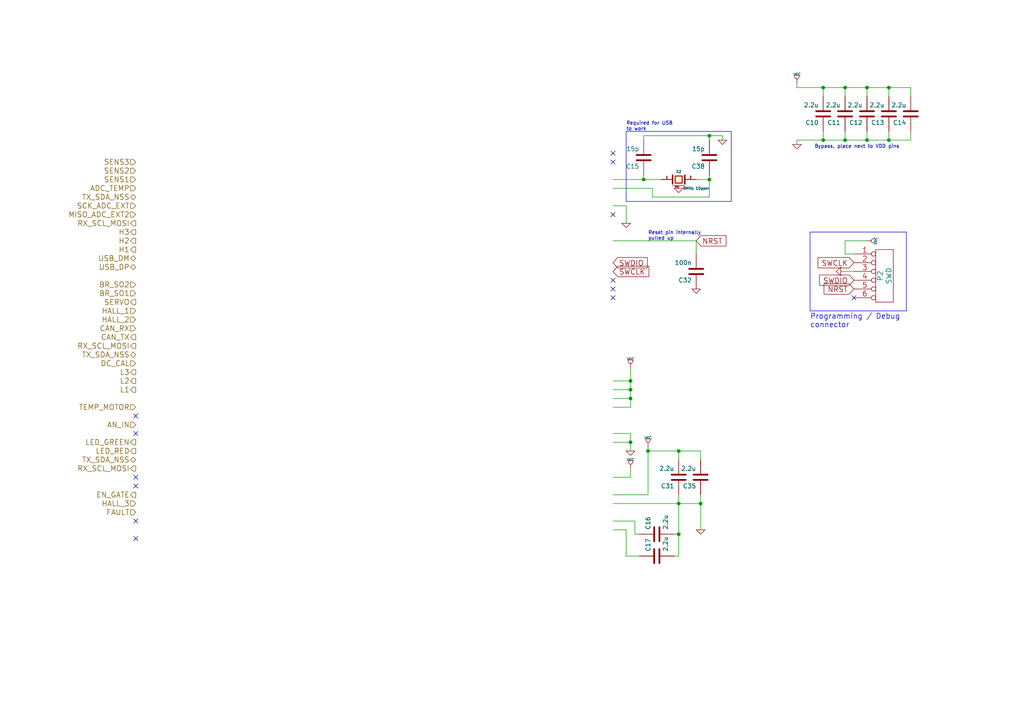
<source format=kicad_sch>
(kicad_sch (version 20230121) (generator eeschema)

  (uuid 9c1c1b22-1f1e-4c9e-b1ef-2d2b656d296d)

  (paper "A4")

  (title_block
    (title "BLDC Driver 4.11")
    (date "21 aug 2015")
    (rev "4.12")
    (company "Benjamin Vedder")
  )

  (lib_symbols
    (symbol "BLDC_4-rescue:C-RESCUE-BLDC_4" (pin_numbers hide) (pin_names (offset 0.254)) (in_bom yes) (on_board yes)
      (property "Reference" "C" (at 0 2.54 0)
        (effects (font (size 1.016 1.016)) (justify left))
      )
      (property "Value" "C-RESCUE-BLDC_4" (at 0.1524 -2.159 0)
        (effects (font (size 1.016 1.016)) (justify left))
      )
      (property "Footprint" "" (at 0.9652 -3.81 0)
        (effects (font (size 0.762 0.762)))
      )
      (property "Datasheet" "" (at 0 0 0)
        (effects (font (size 1.524 1.524)))
      )
      (property "ki_fp_filters" "SM* C? C1-1" (at 0 0 0)
        (effects (font (size 1.27 1.27)) hide)
      )
      (symbol "C-RESCUE-BLDC_4_0_1"
        (polyline
          (pts
            (xy -2.032 -0.762)
            (xy 2.032 -0.762)
          )
          (stroke (width 0.508) (type solid))
          (fill (type none))
        )
        (polyline
          (pts
            (xy -2.032 0.762)
            (xy 2.032 0.762)
          )
          (stroke (width 0.508) (type solid))
          (fill (type none))
        )
      )
      (symbol "C-RESCUE-BLDC_4_1_1"
        (pin passive line (at 0 5.08 270) (length 4.318)
          (name "~" (effects (font (size 1.016 1.016))))
          (number "1" (effects (font (size 1.016 1.016))))
        )
        (pin passive line (at 0 -5.08 90) (length 4.318)
          (name "~" (effects (font (size 1.016 1.016))))
          (number "2" (effects (font (size 1.016 1.016))))
        )
      )
    )
    (symbol "BLDC_4-rescue:CONN_6" (pin_names (offset 0.762) hide) (in_bom yes) (on_board yes)
      (property "Reference" "P" (at -1.27 0 90)
        (effects (font (size 1.524 1.524)))
      )
      (property "Value" "CONN_6" (at 1.27 0 90)
        (effects (font (size 1.524 1.524)))
      )
      (property "Footprint" "" (at 0 0 0)
        (effects (font (size 1.524 1.524)))
      )
      (property "Datasheet" "" (at 0 0 0)
        (effects (font (size 1.524 1.524)))
      )
      (symbol "CONN_6_0_1"
        (rectangle (start -2.54 7.62) (end 2.54 -7.62)
          (stroke (width 0) (type solid))
          (fill (type none))
        )
      )
      (symbol "CONN_6_1_1"
        (pin passive inverted (at -8.89 6.35 0) (length 6.35)
          (name "1" (effects (font (size 1.524 1.524))))
          (number "1" (effects (font (size 1.524 1.524))))
        )
        (pin passive inverted (at -8.89 3.81 0) (length 6.35)
          (name "2" (effects (font (size 1.524 1.524))))
          (number "2" (effects (font (size 1.524 1.524))))
        )
        (pin passive inverted (at -8.89 1.27 0) (length 6.35)
          (name "3" (effects (font (size 1.524 1.524))))
          (number "3" (effects (font (size 1.524 1.524))))
        )
        (pin passive inverted (at -8.89 -1.27 0) (length 6.35)
          (name "4" (effects (font (size 1.524 1.524))))
          (number "4" (effects (font (size 1.524 1.524))))
        )
        (pin passive inverted (at -8.89 -3.81 0) (length 6.35)
          (name "5" (effects (font (size 1.524 1.524))))
          (number "5" (effects (font (size 1.524 1.524))))
        )
        (pin passive inverted (at -8.89 -6.35 0) (length 6.35)
          (name "6" (effects (font (size 1.524 1.524))))
          (number "6" (effects (font (size 1.524 1.524))))
        )
      )
    )
    (symbol "BLDC_4-rescue:CRYSTAL_SMD" (pin_names (offset 1.016) hide) (in_bom yes) (on_board yes)
      (property "Reference" "X" (at 0 2.286 0)
        (effects (font (size 1.27 1.27)))
      )
      (property "Value" "CRYSTAL_SMD" (at 0.762 -2.794 0)
        (effects (font (size 1.27 1.27)) (justify left))
      )
      (property "Footprint" "" (at 0 0 0)
        (effects (font (size 1.524 1.524)))
      )
      (property "Datasheet" "" (at 0 0 0)
        (effects (font (size 1.524 1.524)))
      )
      (symbol "CRYSTAL_SMD_0_1"
        (polyline
          (pts
            (xy -1.778 -1.778)
            (xy 1.778 -1.778)
          )
          (stroke (width 0) (type solid))
          (fill (type none))
        )
        (polyline
          (pts
            (xy -1.778 1.27)
            (xy -1.778 -1.27)
          )
          (stroke (width 0.4064) (type solid))
          (fill (type none))
        )
        (polyline
          (pts
            (xy 1.778 1.27)
            (xy 1.778 -1.27)
          )
          (stroke (width 0.4064) (type solid))
          (fill (type none))
        )
        (polyline
          (pts
            (xy -1.016 1.016)
            (xy 1.016 1.016)
            (xy 1.016 -1.016)
            (xy -1.016 -1.016)
            (xy -1.016 1.016)
          )
          (stroke (width 0.3048) (type solid))
          (fill (type background))
        )
      )
      (symbol "CRYSTAL_SMD_1_1"
        (pin passive line (at -5.08 0 0) (length 3.302)
          (name "1" (effects (font (size 0.508 0.508))))
          (number "1" (effects (font (size 0.635 0.635))))
        )
        (pin passive line (at 5.08 0 180) (length 3.302)
          (name "2" (effects (font (size 0.508 0.508))))
          (number "2" (effects (font (size 0.635 0.635))))
        )
        (pin passive line (at 0 -2.54 90) (length 0.762)
          (name "case" (effects (font (size 0.508 0.508))))
          (number "3" (effects (font (size 0.635 0.635))))
        )
      )
    )
    (symbol "BLDC_4-rescue:GND-RESCUE-BLDC_4" (power) (pin_names (offset 0)) (in_bom yes) (on_board yes)
      (property "Reference" "#PWR" (at 0 0 0)
        (effects (font (size 0.762 0.762)) hide)
      )
      (property "Value" "GND-RESCUE-BLDC_4" (at 0 -1.778 0)
        (effects (font (size 0.762 0.762)) hide)
      )
      (property "Footprint" "" (at 0 0 0)
        (effects (font (size 1.524 1.524)))
      )
      (property "Datasheet" "" (at 0 0 0)
        (effects (font (size 1.524 1.524)))
      )
      (symbol "GND-RESCUE-BLDC_4_0_1"
        (polyline
          (pts
            (xy -1.27 0)
            (xy 0 -1.27)
            (xy 1.27 0)
            (xy -1.27 0)
          )
          (stroke (width 0) (type solid))
          (fill (type none))
        )
      )
      (symbol "GND-RESCUE-BLDC_4_1_1"
        (pin power_in line (at 0 0 90) (length 0) hide
          (name "GND" (effects (font (size 0.762 0.762))))
          (number "1" (effects (font (size 0.762 0.762))))
        )
      )
    )
    (symbol "BLDC_4-rescue:VCC" (power) (pin_names (offset 0)) (in_bom yes) (on_board yes)
      (property "Reference" "#PWR" (at 0 -3.81 0)
        (effects (font (size 1.27 1.27)) hide)
      )
      (property "Value" "VCC" (at 0 3.81 0)
        (effects (font (size 1.27 1.27)))
      )
      (property "Footprint" "" (at 0 0 0)
        (effects (font (size 1.524 1.524)))
      )
      (property "Datasheet" "" (at 0 0 0)
        (effects (font (size 1.524 1.524)))
      )
      (symbol "VCC_0_1"
        (polyline
          (pts
            (xy 0 0)
            (xy 0 1.27)
          )
          (stroke (width 0) (type solid))
          (fill (type none))
        )
        (circle (center 0 1.905) (radius 0.635)
          (stroke (width 0) (type solid))
          (fill (type none))
        )
      )
      (symbol "VCC_1_1"
        (pin power_in line (at 0 0 90) (length 0) hide
          (name "VCC" (effects (font (size 1.27 1.27))))
          (number "1" (effects (font (size 1.27 1.27))))
        )
      )
    )
  )

  (junction (at 182.88 113.03) (diameter 0) (color 0 0 0 0)
    (uuid 1219ea3f-38e5-4621-9b5d-60c538b65cc5)
  )
  (junction (at 245.11 25.4) (diameter 0) (color 0 0 0 0)
    (uuid 23326f3a-02f3-4d49-9f5e-bc93a8385f18)
  )
  (junction (at 182.88 115.57) (diameter 0) (color 0 0 0 0)
    (uuid 295c1708-c4f2-4c69-9740-f81606bed5c0)
  )
  (junction (at 182.88 128.27) (diameter 0) (color 0 0 0 0)
    (uuid 335c4c53-1c27-44cc-98ef-bb1f39bd47b7)
  )
  (junction (at 196.85 146.05) (diameter 0) (color 0 0 0 0)
    (uuid 4a033336-57cb-4836-ab49-ff1a7306e782)
  )
  (junction (at 187.96 130.81) (diameter 0) (color 0 0 0 0)
    (uuid 4fd73d58-ae87-4df3-992f-3b6b1a607ecc)
  )
  (junction (at 251.46 40.64) (diameter 0) (color 0 0 0 0)
    (uuid 50724fda-588b-4804-924a-967b24cff2f2)
  )
  (junction (at 205.74 52.07) (diameter 0) (color 0 0 0 0)
    (uuid 6759ab10-8b19-4ddf-9d6d-3d2fc0bac80a)
  )
  (junction (at 203.2 146.05) (diameter 0) (color 0 0 0 0)
    (uuid 9652ec68-effa-4b1a-a05f-8e8b6abc765c)
  )
  (junction (at 257.81 25.4) (diameter 0) (color 0 0 0 0)
    (uuid a0485012-c74d-488b-9efb-289480bffd38)
  )
  (junction (at 251.46 25.4) (diameter 0) (color 0 0 0 0)
    (uuid b6d2948b-f3ae-4d14-bc37-7bcbc46502ff)
  )
  (junction (at 238.76 40.64) (diameter 0) (color 0 0 0 0)
    (uuid b9e62169-8389-4aba-a5ff-d122cae9be10)
  )
  (junction (at 238.76 25.4) (diameter 0) (color 0 0 0 0)
    (uuid bb9bc0a6-285d-488a-ba67-c4afaf6b6391)
  )
  (junction (at 186.69 52.07) (diameter 0) (color 0 0 0 0)
    (uuid c10e7bac-7f9c-473a-ab4f-6aeffce08bec)
  )
  (junction (at 205.74 39.37) (diameter 0) (color 0 0 0 0)
    (uuid c23e367a-0c72-422a-970a-fc54eb696fb6)
  )
  (junction (at 245.11 40.64) (diameter 0) (color 0 0 0 0)
    (uuid c3b1affc-3c23-4215-9523-d32de999b020)
  )
  (junction (at 257.81 40.64) (diameter 0) (color 0 0 0 0)
    (uuid c418bbdd-db1a-4d73-acd8-920269ccea8c)
  )
  (junction (at 196.85 130.81) (diameter 0) (color 0 0 0 0)
    (uuid ce050382-5488-428f-85b0-cbffc3d0b090)
  )
  (junction (at 182.88 110.49) (diameter 0) (color 0 0 0 0)
    (uuid d714fc2d-31c9-474a-8a43-b0898a355cb2)
  )
  (junction (at 196.85 154.94) (diameter 0) (color 0 0 0 0)
    (uuid fe9b0cc3-57c2-4991-be9f-4bd6ab3efb65)
  )

  (no_connect (at 39.37 125.73) (uuid 0231a62b-d09e-4388-8eb7-c23ed0ffdb12))
  (no_connect (at 177.8 83.82) (uuid 0e14e9a3-3214-48bf-841f-c0677149b96c))
  (no_connect (at 177.8 62.23) (uuid 1cfc6dd2-4924-4f6e-873f-783e0c750a45))
  (no_connect (at 177.8 44.45) (uuid 3855b0ad-83d7-4c55-b8ad-71b7bad07b4d))
  (no_connect (at 247.65 86.36) (uuid 3f70278e-a3f2-4d11-b374-3d655e25862b))
  (no_connect (at 39.37 151.13) (uuid 4badf6b0-b28e-4b50-9858-8e0d81af157a))
  (no_connect (at 177.8 46.99) (uuid 5e82d31c-4725-4ec8-acef-d02d1e75a6ce))
  (no_connect (at 39.37 120.65) (uuid 7e0e373d-48bd-44a8-abc7-c31a6f7d5030))
  (no_connect (at 177.8 86.36) (uuid 812636bf-4057-4fc6-90b0-a98f18f19e51))
  (no_connect (at 177.8 81.28) (uuid a7214557-8f87-4ae2-8a84-a720b0385c9c))
  (no_connect (at 39.37 140.97) (uuid d8370ce6-e4b1-466d-a30a-0e127eeaaadc))
  (no_connect (at 39.37 156.21) (uuid f1cfe709-1313-48ec-8482-b64ccc9156a8))
  (no_connect (at 39.37 138.43) (uuid fd14d2b2-1a2c-4d84-8f67-fcf5eb2c032d))

  (wire (pts (xy 177.8 59.69) (xy 181.61 59.69))
    (stroke (width 0) (type default))
    (uuid 032844d0-395e-4d85-9c2f-f5d0771ab350)
  )
  (wire (pts (xy 203.2 143.51) (xy 203.2 146.05))
    (stroke (width 0) (type default))
    (uuid 042fb491-0e4c-495d-ab56-4cefe7d36d20)
  )
  (polyline (pts (xy 262.89 67.31) (xy 234.95 67.31))
    (stroke (width 0) (type default))
    (uuid 0c32d761-4892-438a-9080-1be0e07f3c2d)
  )
  (polyline (pts (xy 181.61 38.1) (xy 181.61 58.42))
    (stroke (width 0) (type default))
    (uuid 0d4e5193-fe4d-4ca7-92e8-beafd3a6a6d0)
  )

  (wire (pts (xy 196.85 146.05) (xy 203.2 146.05))
    (stroke (width 0) (type default))
    (uuid 11e78e51-74d5-4bde-a350-d2daee21fc00)
  )
  (wire (pts (xy 187.96 130.81) (xy 187.96 143.51))
    (stroke (width 0) (type default))
    (uuid 1b43b59f-2109-427e-be22-93ea11b62106)
  )
  (wire (pts (xy 245.11 73.66) (xy 247.65 73.66))
    (stroke (width 0) (type default))
    (uuid 1c4a3717-b5c0-4aa9-951b-31a3cf1e9eab)
  )
  (wire (pts (xy 196.85 154.94) (xy 195.58 154.94))
    (stroke (width 0) (type default))
    (uuid 1d065d59-a894-4962-9350-f1038ead9e2e)
  )
  (wire (pts (xy 182.88 115.57) (xy 182.88 118.11))
    (stroke (width 0) (type default))
    (uuid 1fb17680-f43d-4753-a290-b9e97c3b5fdf)
  )
  (wire (pts (xy 201.93 52.07) (xy 205.74 52.07))
    (stroke (width 0) (type default))
    (uuid 20c6d1f9-290b-4651-b43c-48667c556e9b)
  )
  (wire (pts (xy 251.46 25.4) (xy 257.81 25.4))
    (stroke (width 0) (type default))
    (uuid 216ef758-857f-4e66-b2b8-4e0d5b37916b)
  )
  (wire (pts (xy 182.88 113.03) (xy 177.8 113.03))
    (stroke (width 0) (type default))
    (uuid 252aa07b-0cf1-4def-8458-5c6e1e6a6bfe)
  )
  (wire (pts (xy 238.76 25.4) (xy 238.76 27.94))
    (stroke (width 0) (type default))
    (uuid 2b7a76e3-701c-4b6e-a4c1-0762891a898d)
  )
  (wire (pts (xy 209.55 39.37) (xy 209.55 40.64))
    (stroke (width 0) (type default))
    (uuid 2fff8a93-cf41-400c-9ce4-384d7122f3cf)
  )
  (wire (pts (xy 177.8 151.13) (xy 184.15 151.13))
    (stroke (width 0) (type default))
    (uuid 330ed314-f654-4eae-95a5-fab3eb765e57)
  )
  (wire (pts (xy 181.61 59.69) (xy 181.61 64.77))
    (stroke (width 0) (type default))
    (uuid 33649793-69c0-4f61-8e95-f19525e25f84)
  )
  (wire (pts (xy 245.11 25.4) (xy 251.46 25.4))
    (stroke (width 0) (type default))
    (uuid 369abbcf-c0c3-4734-a26b-2eb366177467)
  )
  (wire (pts (xy 201.93 69.85) (xy 201.93 73.66))
    (stroke (width 0) (type default))
    (uuid 37d6cc42-fe08-445d-b9be-26731042794c)
  )
  (wire (pts (xy 182.88 118.11) (xy 177.8 118.11))
    (stroke (width 0) (type default))
    (uuid 3827cd52-0042-4343-a012-00e64901f544)
  )
  (wire (pts (xy 182.88 138.43) (xy 182.88 135.89))
    (stroke (width 0) (type default))
    (uuid 3bf6f087-4dbf-4a15-b49a-2a65c9c2c50b)
  )
  (wire (pts (xy 177.8 128.27) (xy 182.88 128.27))
    (stroke (width 0) (type default))
    (uuid 3d03335b-63c7-48d7-8493-4b7b1ed7a976)
  )
  (wire (pts (xy 196.85 130.81) (xy 203.2 130.81))
    (stroke (width 0) (type default))
    (uuid 3e1b6b4c-5b0b-4135-b1d8-15a9381b734d)
  )
  (wire (pts (xy 203.2 146.05) (xy 203.2 153.67))
    (stroke (width 0) (type default))
    (uuid 488302b2-17d5-444e-b839-11ae74d9ce0a)
  )
  (wire (pts (xy 196.85 154.94) (xy 196.85 161.29))
    (stroke (width 0) (type default))
    (uuid 4a9ebf15-a115-4964-9db1-3dcce2025dd0)
  )
  (wire (pts (xy 184.15 154.94) (xy 185.42 154.94))
    (stroke (width 0) (type default))
    (uuid 4bb7f40e-9f1d-4786-a51c-447b769ade01)
  )
  (wire (pts (xy 251.46 69.85) (xy 245.11 69.85))
    (stroke (width 0) (type default))
    (uuid 549e84a3-43f6-4989-94d7-d8266b223386)
  )
  (wire (pts (xy 231.14 40.64) (xy 238.76 40.64))
    (stroke (width 0) (type default))
    (uuid 5abd580d-6985-43a6-b0d0-b80b33da9e76)
  )
  (polyline (pts (xy 181.61 58.42) (xy 212.09 58.42))
    (stroke (width 0) (type default))
    (uuid 5e5bba6f-43b7-4818-92f0-eae068933475)
  )

  (wire (pts (xy 181.61 153.67) (xy 181.61 161.29))
    (stroke (width 0) (type default))
    (uuid 5f624951-4b8b-4b7d-b93c-1098f96b71b5)
  )
  (wire (pts (xy 257.81 25.4) (xy 264.16 25.4))
    (stroke (width 0) (type default))
    (uuid 5fb9def5-56bb-4788-846f-cc0570ce6618)
  )
  (wire (pts (xy 186.69 39.37) (xy 205.74 39.37))
    (stroke (width 0) (type default))
    (uuid 63a339f0-bbda-4be0-875c-de5438958160)
  )
  (wire (pts (xy 177.8 52.07) (xy 186.69 52.07))
    (stroke (width 0) (type default))
    (uuid 63bfed5d-75b5-4f09-86ef-1e7fa46ac2a2)
  )
  (wire (pts (xy 251.46 40.64) (xy 251.46 38.1))
    (stroke (width 0) (type default))
    (uuid 660acd29-be8a-41cd-8a75-cc74affb5f80)
  )
  (wire (pts (xy 257.81 25.4) (xy 257.81 27.94))
    (stroke (width 0) (type default))
    (uuid 661d384c-3228-442e-a099-1ba5b103ea9b)
  )
  (wire (pts (xy 184.15 151.13) (xy 184.15 154.94))
    (stroke (width 0) (type default))
    (uuid 6777ac51-997f-4097-8c2b-9b21b16b1c93)
  )
  (wire (pts (xy 196.85 161.29) (xy 195.58 161.29))
    (stroke (width 0) (type default))
    (uuid 690ff429-9856-4fa8-91bd-e44e807dce5b)
  )
  (wire (pts (xy 177.8 146.05) (xy 196.85 146.05))
    (stroke (width 0) (type default))
    (uuid 6a1b3686-3993-471f-8eb9-032a3af6c607)
  )
  (wire (pts (xy 238.76 40.64) (xy 245.11 40.64))
    (stroke (width 0) (type default))
    (uuid 6e46a9ca-b84e-4941-be60-e531e539cee1)
  )
  (wire (pts (xy 257.81 40.64) (xy 257.81 38.1))
    (stroke (width 0) (type default))
    (uuid 715934db-36cb-430d-8a7b-8c57e3ea3d19)
  )
  (wire (pts (xy 231.14 41.91) (xy 231.14 40.64))
    (stroke (width 0) (type default))
    (uuid 72d3a4d9-abae-4ddb-9d53-c878b9dc74e3)
  )
  (wire (pts (xy 203.2 130.81) (xy 203.2 133.35))
    (stroke (width 0) (type default))
    (uuid 73428c6c-d1b2-44f1-beed-84c8ef984abf)
  )
  (wire (pts (xy 186.69 52.07) (xy 191.77 52.07))
    (stroke (width 0) (type default))
    (uuid 75123a87-0c2f-4736-b561-ce266eb53fb5)
  )
  (polyline (pts (xy 212.09 38.1) (xy 181.61 38.1))
    (stroke (width 0) (type default))
    (uuid 753f2aaf-4c50-46aa-950f-12c2d3d5d15b)
  )

  (wire (pts (xy 182.88 115.57) (xy 177.8 115.57))
    (stroke (width 0) (type default))
    (uuid 79859003-54fe-4740-b69b-82300e0c2f59)
  )
  (polyline (pts (xy 262.89 90.17) (xy 262.89 67.31))
    (stroke (width 0) (type default))
    (uuid 7ba0655e-2dde-408a-b38f-697dbbaa9ccf)
  )

  (wire (pts (xy 264.16 25.4) (xy 264.16 27.94))
    (stroke (width 0) (type default))
    (uuid 83c77ed3-b011-4409-a4dd-b03cf39fd287)
  )
  (wire (pts (xy 181.61 161.29) (xy 185.42 161.29))
    (stroke (width 0) (type default))
    (uuid 891ab3e9-eb38-412e-8559-c3c19c967ffa)
  )
  (wire (pts (xy 187.96 143.51) (xy 177.8 143.51))
    (stroke (width 0) (type default))
    (uuid 8c496b80-34ba-49b4-b5cf-eaac5cd221c3)
  )
  (wire (pts (xy 177.8 69.85) (xy 201.93 69.85))
    (stroke (width 0) (type default))
    (uuid 916f6b50-c462-4f80-ab50-70ee197ba25e)
  )
  (wire (pts (xy 251.46 25.4) (xy 251.46 27.94))
    (stroke (width 0) (type default))
    (uuid 945f3e14-a4e3-4f0e-9544-6ae5724d253e)
  )
  (wire (pts (xy 189.23 54.61) (xy 177.8 54.61))
    (stroke (width 0) (type default))
    (uuid 98d1997b-6fe3-446b-92ac-1e5c47f50617)
  )
  (wire (pts (xy 245.11 40.64) (xy 251.46 40.64))
    (stroke (width 0) (type default))
    (uuid 9922bbbd-d2e1-4fdc-9aaf-99adf3fecf5c)
  )
  (wire (pts (xy 196.85 146.05) (xy 196.85 154.94))
    (stroke (width 0) (type default))
    (uuid 9bca8ed7-d3e6-401a-85a2-803fde390190)
  )
  (wire (pts (xy 182.88 110.49) (xy 182.88 113.03))
    (stroke (width 0) (type default))
    (uuid 9bd38c80-8219-4fa2-a4a6-71785dbdcc66)
  )
  (wire (pts (xy 231.14 24.13) (xy 231.14 25.4))
    (stroke (width 0) (type default))
    (uuid a18d3114-b90f-4af1-84f8-00e3d7c8f2eb)
  )
  (wire (pts (xy 205.74 39.37) (xy 205.74 40.64))
    (stroke (width 0) (type default))
    (uuid a56a9b9a-0d29-4fb7-a23a-4de3ee5dc002)
  )
  (wire (pts (xy 182.88 106.68) (xy 182.88 110.49))
    (stroke (width 0) (type default))
    (uuid a7571d84-9216-4f43-b1f2-a540afc1a1d1)
  )
  (wire (pts (xy 238.76 38.1) (xy 238.76 40.64))
    (stroke (width 0) (type default))
    (uuid a9118c59-c643-435e-9965-498ced1c3e58)
  )
  (wire (pts (xy 189.23 57.15) (xy 189.23 54.61))
    (stroke (width 0) (type default))
    (uuid ac666ee4-e699-4dca-ab43-de5162584c79)
  )
  (polyline (pts (xy 234.95 67.31) (xy 234.95 90.17))
    (stroke (width 0) (type default))
    (uuid ad304e1c-bf48-468e-b574-533973801a5a)
  )

  (wire (pts (xy 177.8 125.73) (xy 182.88 125.73))
    (stroke (width 0) (type default))
    (uuid b5610d2d-ea2a-428b-80cb-3e2c13715e08)
  )
  (wire (pts (xy 186.69 50.8) (xy 186.69 52.07))
    (stroke (width 0) (type default))
    (uuid b670fa27-899f-402f-8914-9d8bdcaf79d9)
  )
  (wire (pts (xy 247.65 78.74) (xy 243.84 78.74))
    (stroke (width 0) (type default))
    (uuid b6b8e95e-1bf4-4100-b525-403d773b1e14)
  )
  (wire (pts (xy 177.8 138.43) (xy 182.88 138.43))
    (stroke (width 0) (type default))
    (uuid b72f2f31-887c-4ddf-998c-7da69330b1f9)
  )
  (wire (pts (xy 264.16 40.64) (xy 264.16 38.1))
    (stroke (width 0) (type default))
    (uuid bac8bdff-55a7-47f9-9040-66a493415795)
  )
  (wire (pts (xy 182.88 125.73) (xy 182.88 128.27))
    (stroke (width 0) (type default))
    (uuid bbdd1e19-3909-4dfa-8197-7de2bf7f6913)
  )
  (wire (pts (xy 251.46 40.64) (xy 257.81 40.64))
    (stroke (width 0) (type default))
    (uuid bc6e88fe-c41a-4add-b1f9-23c31bc00e98)
  )
  (wire (pts (xy 186.69 40.64) (xy 186.69 39.37))
    (stroke (width 0) (type default))
    (uuid c3839299-e1a8-4f11-a305-f66c1bad6d67)
  )
  (wire (pts (xy 205.74 57.15) (xy 189.23 57.15))
    (stroke (width 0) (type default))
    (uuid c6b55873-cf2f-4170-8458-dde10c7fc7ba)
  )
  (wire (pts (xy 182.88 128.27) (xy 182.88 130.81))
    (stroke (width 0) (type default))
    (uuid d1e27cd4-07d6-4a9e-8909-f7418869fd73)
  )
  (wire (pts (xy 205.74 50.8) (xy 205.74 52.07))
    (stroke (width 0) (type default))
    (uuid d55ee0a8-e8f7-4661-a647-daa1b7bc2ff0)
  )
  (wire (pts (xy 231.14 25.4) (xy 238.76 25.4))
    (stroke (width 0) (type default))
    (uuid d78d5e5b-99ce-41e4-bc37-6f52d53c5181)
  )
  (wire (pts (xy 245.11 69.85) (xy 245.11 73.66))
    (stroke (width 0) (type default))
    (uuid dc3f3653-7627-477d-ba23-a78403252835)
  )
  (polyline (pts (xy 234.95 90.17) (xy 262.89 90.17))
    (stroke (width 0) (type default))
    (uuid ddcce50a-5f4d-4a3e-957c-dc93c1fbc108)
  )

  (wire (pts (xy 245.11 40.64) (xy 245.11 38.1))
    (stroke (width 0) (type default))
    (uuid de97ad6e-7a4b-4ca9-a554-227871acadf2)
  )
  (wire (pts (xy 196.85 133.35) (xy 196.85 130.81))
    (stroke (width 0) (type default))
    (uuid df49d866-9260-47a1-9df2-326bb84db593)
  )
  (wire (pts (xy 245.11 25.4) (xy 245.11 27.94))
    (stroke (width 0) (type default))
    (uuid e6341621-e0c5-4d77-974f-7e4e735c9d15)
  )
  (wire (pts (xy 205.74 39.37) (xy 209.55 39.37))
    (stroke (width 0) (type default))
    (uuid e7169ef6-8d18-46ff-bb08-a90842f87b9a)
  )
  (wire (pts (xy 187.96 129.54) (xy 187.96 130.81))
    (stroke (width 0) (type default))
    (uuid e867bb4a-b1c1-4960-b264-b86806e71637)
  )
  (wire (pts (xy 177.8 153.67) (xy 181.61 153.67))
    (stroke (width 0) (type default))
    (uuid eccda20d-ed96-469f-ba1c-f3a1b214c115)
  )
  (wire (pts (xy 187.96 130.81) (xy 196.85 130.81))
    (stroke (width 0) (type default))
    (uuid ecd19465-8ab4-4382-9d76-ed16ad3d8d12)
  )
  (wire (pts (xy 177.8 110.49) (xy 182.88 110.49))
    (stroke (width 0) (type default))
    (uuid f00b8fcd-c254-40d9-9de7-3888a517ba6a)
  )
  (wire (pts (xy 196.85 143.51) (xy 196.85 146.05))
    (stroke (width 0) (type default))
    (uuid f1554f8e-2ed2-4035-ae88-31e3b717b368)
  )
  (wire (pts (xy 257.81 40.64) (xy 264.16 40.64))
    (stroke (width 0) (type default))
    (uuid f7949ba2-9ec8-4a8e-a962-f0fa9bdaa635)
  )
  (wire (pts (xy 205.74 52.07) (xy 205.74 57.15))
    (stroke (width 0) (type default))
    (uuid f7af4061-3d1c-4f35-b582-145b1331ed12)
  )
  (wire (pts (xy 238.76 25.4) (xy 245.11 25.4))
    (stroke (width 0) (type default))
    (uuid f860d6fc-25b5-4587-b018-9b3049ef63b6)
  )
  (wire (pts (xy 182.88 113.03) (xy 182.88 115.57))
    (stroke (width 0) (type default))
    (uuid fad7bc80-0211-4f1a-9402-4cb628d0deb7)
  )
  (polyline (pts (xy 212.09 58.42) (xy 212.09 38.1))
    (stroke (width 0) (type default))
    (uuid fb4a418d-cec6-42c3-86a0-f9888979a823)
  )

  (text "Reset pin internally\npulled up" (at 187.96 69.85 0)
    (effects (font (size 1.016 1.016)) (justify left bottom))
    (uuid 38a7c229-6e5a-4e81-90ec-b2f481417a93)
  )
  (text "Required for USB\nto work" (at 181.61 38.1 0)
    (effects (font (size 1.016 1.016)) (justify left bottom))
    (uuid 5615bdf2-050d-4316-9d3d-9ce386fbec9b)
  )
  (text "Bypass, place next to VDD pins" (at 236.22 43.18 0)
    (effects (font (size 1.016 1.016)) (justify left bottom))
    (uuid 7c699a82-c436-48b8-92d9-7e42e4b45868)
  )
  (text "Programming / Debug\nconnector" (at 234.95 95.25 0)
    (effects (font (size 1.524 1.524)) (justify left bottom))
    (uuid dfcb85b0-4a86-475e-aa0d-9b2f676208d3)
  )

  (global_label "SWDIO" (shape input) (at 177.8 76.2 0)
    (effects (font (size 1.524 1.524)) (justify left))
    (uuid 2bfd5641-779e-4304-9fbc-c27437c8a083)
    (property "Intersheetrefs" "${INTERSHEET_REFS}" (at 177.8 76.2 0)
      (effects (font (size 1.27 1.27)) hide)
    )
  )
  (global_label "SWCLK" (shape input) (at 177.8 78.74 0)
    (effects (font (size 1.524 1.524)) (justify left))
    (uuid a2e392a6-d2a6-4239-a3aa-488397d2bf58)
    (property "Intersheetrefs" "${INTERSHEET_REFS}" (at 177.8 78.74 0)
      (effects (font (size 1.27 1.27)) hide)
    )
  )
  (global_label "NRST" (shape input) (at 247.65 83.82 180)
    (effects (font (size 1.524 1.524)) (justify right))
    (uuid addafc81-9147-4bee-902e-292e374c2989)
    (property "Intersheetrefs" "${INTERSHEET_REFS}" (at 247.65 83.82 0)
      (effects (font (size 1.27 1.27)) hide)
    )
  )
  (global_label "NRST" (shape input) (at 201.93 69.85 0)
    (effects (font (size 1.524 1.524)) (justify left))
    (uuid e2dfd3d4-031b-47eb-9d0a-74fe333ef7d2)
    (property "Intersheetrefs" "${INTERSHEET_REFS}" (at 201.93 69.85 0)
      (effects (font (size 1.27 1.27)) hide)
    )
  )
  (global_label "SWDIO" (shape input) (at 247.65 81.28 180)
    (effects (font (size 1.524 1.524)) (justify right))
    (uuid ea03f3ee-99c3-4e54-b033-8f643f0f7693)
    (property "Intersheetrefs" "${INTERSHEET_REFS}" (at 247.65 81.28 0)
      (effects (font (size 1.27 1.27)) hide)
    )
  )
  (global_label "SWCLK" (shape input) (at 247.65 76.2 180)
    (effects (font (size 1.524 1.524)) (justify right))
    (uuid ec0c5b32-b22f-4920-adea-a418f05ce808)
    (property "Intersheetrefs" "${INTERSHEET_REFS}" (at 247.65 76.2 0)
      (effects (font (size 1.27 1.27)) hide)
    )
  )

  (hierarchical_label "RX_SCL_MOSI" (shape output) (at 39.37 100.33 180)
    (effects (font (size 1.524 1.524)) (justify right))
    (uuid 118baecf-fa2c-42b2-9940-9309cc3e1f4f)
  )
  (hierarchical_label "MISO_ADC_EXT2" (shape input) (at 39.37 62.23 180)
    (effects (font (size 1.524 1.524)) (justify right))
    (uuid 12e563a5-bcaf-405b-90a0-ec75901cab92)
  )
  (hierarchical_label "TX_SDA_NSS" (shape tri_state) (at 39.37 133.35 180)
    (effects (font (size 1.524 1.524)) (justify right))
    (uuid 1673a576-4132-4076-8710-b9e97a78ae34)
  )
  (hierarchical_label "HALL_2" (shape input) (at 39.37 92.71 180)
    (effects (font (size 1.524 1.524)) (justify right))
    (uuid 1c4e3a66-01e6-4546-ab13-1caa22a7a09f)
  )
  (hierarchical_label "BR_SO1" (shape input) (at 39.37 85.09 180)
    (effects (font (size 1.524 1.524)) (justify right))
    (uuid 1ee535cc-d4a1-46ff-9448-7028fcbeb342)
  )
  (hierarchical_label "CAN_RX" (shape input) (at 39.37 95.25 180)
    (effects (font (size 1.524 1.524)) (justify right))
    (uuid 2b4a6472-6b70-49c3-82ef-b6e6322c2888)
  )
  (hierarchical_label "LED_RED" (shape output) (at 39.37 130.81 180)
    (effects (font (size 1.524 1.524)) (justify right))
    (uuid 34581952-873d-4664-888d-156ad84af670)
  )
  (hierarchical_label "ADC_TEMP" (shape input) (at 39.37 54.61 180)
    (effects (font (size 1.524 1.524)) (justify right))
    (uuid 35f182df-12c0-4615-9c5a-10651a314124)
  )
  (hierarchical_label "RX_SCL_MOSI" (shape output) (at 39.37 64.77 180)
    (effects (font (size 1.524 1.524)) (justify right))
    (uuid 38ab134c-c420-4003-b68a-af6022f98d33)
  )
  (hierarchical_label "AN_IN" (shape input) (at 39.37 123.19 180)
    (effects (font (size 1.524 1.524)) (justify right))
    (uuid 3975fe2d-cf98-44d8-836a-163e1f0c5a6b)
  )
  (hierarchical_label "H3" (shape output) (at 39.37 67.31 180)
    (effects (font (size 1.524 1.524)) (justify right))
    (uuid 3f09b3a3-1e23-4c96-ac9d-94bc570f1ce8)
  )
  (hierarchical_label "SERVO" (shape output) (at 39.37 87.63 180)
    (effects (font (size 1.524 1.524)) (justify right))
    (uuid 4059c618-d3d6-4e9c-8a75-b498e5ce36dc)
  )
  (hierarchical_label "TEMP_MOTOR" (shape input) (at 39.37 118.11 180)
    (effects (font (size 1.524 1.524)) (justify right))
    (uuid 40abda9b-82f9-47ab-98e3-79d4e2380622)
  )
  (hierarchical_label "L1" (shape output) (at 39.37 113.03 180)
    (effects (font (size 1.524 1.524)) (justify right))
    (uuid 40d2bad6-f02c-48df-b30d-adcd215c60b1)
  )
  (hierarchical_label "SENS1" (shape input) (at 39.37 52.07 180)
    (effects (font (size 1.524 1.524)) (justify right))
    (uuid 47f3d1fe-fe5d-4fac-af90-c40729dbfbbb)
  )
  (hierarchical_label "DC_CAL" (shape input) (at 39.37 105.41 180)
    (effects (font (size 1.524 1.524)) (justify right))
    (uuid 58c6ddfc-cc88-48c1-a137-605198c58246)
  )
  (hierarchical_label "SENS3" (shape input) (at 39.37 46.99 180)
    (effects (font (size 1.524 1.524)) (justify right))
    (uuid 5db3cc0b-b16c-4295-b99f-3a7e897daa53)
  )
  (hierarchical_label "EN_GATE" (shape output) (at 39.37 143.51 180)
    (effects (font (size 1.524 1.524)) (justify right))
    (uuid 5e46be87-77b5-43e6-a20a-512a4c7e2fd6)
  )
  (hierarchical_label "SCK_ADC_EXT" (shape input) (at 39.37 59.69 180)
    (effects (font (size 1.524 1.524)) (justify right))
    (uuid 69aee604-d2cc-4e3c-9231-1b0d8bffcb95)
  )
  (hierarchical_label "L2" (shape output) (at 39.37 110.49 180)
    (effects (font (size 1.524 1.524)) (justify right))
    (uuid 6d5ab02a-c2ad-4235-81a9-299b339b4b13)
  )
  (hierarchical_label "FAULT" (shape input) (at 39.37 148.59 180)
    (effects (font (size 1.524 1.524)) (justify right))
    (uuid 71459f23-a046-44e2-b1ea-44590d5ee9a8)
  )
  (hierarchical_label "LED_GREEN" (shape output) (at 39.37 128.27 180)
    (effects (font (size 1.524 1.524)) (justify right))
    (uuid 74d67d7f-2a80-4036-9f65-8622fa1ff481)
  )
  (hierarchical_label "L3" (shape output) (at 39.37 107.95 180)
    (effects (font (size 1.524 1.524)) (justify right))
    (uuid 823b5d4e-657d-4af5-8407-2229e3029fd7)
  )
  (hierarchical_label "USB_DP" (shape bidirectional) (at 39.37 77.47 180)
    (effects (font (size 1.524 1.524)) (justify right))
    (uuid 8a8dbd3e-07b3-46ad-80a8-dcc64f3e95f3)
  )
  (hierarchical_label "BR_SO2" (shape input) (at 39.37 82.55 180)
    (effects (font (size 1.524 1.524)) (justify right))
    (uuid 8aea0b78-701b-492d-8367-aa203c7c0309)
  )
  (hierarchical_label "HALL_1" (shape input) (at 39.37 90.17 180)
    (effects (font (size 1.524 1.524)) (justify right))
    (uuid 9c465c2e-95f9-4a36-b129-9f2b50a4462b)
  )
  (hierarchical_label "TX_SDA_NSS" (shape tri_state) (at 39.37 57.15 180)
    (effects (font (size 1.524 1.524)) (justify right))
    (uuid a21f51ae-bb41-47be-86fb-ec9e471f3b7f)
  )
  (hierarchical_label "H2" (shape output) (at 39.37 69.85 180)
    (effects (font (size 1.524 1.524)) (justify right))
    (uuid ae07f47e-724a-4538-833c-dc2af2f7484a)
  )
  (hierarchical_label "TX_SDA_NSS" (shape tri_state) (at 39.37 102.87 180)
    (effects (font (size 1.524 1.524)) (justify right))
    (uuid bb934b7f-6827-41b2-96bc-c82351dc0f78)
  )
  (hierarchical_label "HALL_3" (shape input) (at 39.37 146.05 180)
    (effects (font (size 1.524 1.524)) (justify right))
    (uuid be26abb0-690c-4854-8689-45d8211f3e09)
  )
  (hierarchical_label "USB_DM" (shape bidirectional) (at 39.37 74.93 180)
    (effects (font (size 1.524 1.524)) (justify right))
    (uuid c5d553aa-268c-4036-b60b-46a8852b8222)
  )
  (hierarchical_label "CAN_TX" (shape output) (at 39.37 97.79 180)
    (effects (font (size 1.524 1.524)) (justify right))
    (uuid c8c839b3-af54-4b4e-a254-ba0247fdd511)
  )
  (hierarchical_label "H1" (shape output) (at 39.37 72.39 180)
    (effects (font (size 1.524 1.524)) (justify right))
    (uuid cfa9828e-0e55-4958-bfff-9b11f95444cc)
  )
  (hierarchical_label "SENS2" (shape input) (at 39.37 49.53 180)
    (effects (font (size 1.524 1.524)) (justify right))
    (uuid da60a4ba-c32f-4e4c-9d48-a4005a6a5b64)
  )
  (hierarchical_label "RX_SCL_MOSI" (shape output) (at 39.37 135.89 180)
    (effects (font (size 1.524 1.524)) (justify right))
    (uuid e5395fca-d950-4e4d-b449-daaad63d7266)
  )

  (symbol (lib_id "BLDC_4-rescue:C-RESCUE-BLDC_4") (at 190.5 161.29 90) (unit 1)
    (in_bom yes) (on_board yes) (dnp no)
    (uuid 00000000-0000-0000-0000-000053f757ae)
    (property "Reference" "C17" (at 187.96 160.02 0)
      (effects (font (size 1.27 1.27)) (justify left))
    )
    (property "Value" "2.2u" (at 193.04 160.02 0)
      (effects (font (size 1.27 1.27)) (justify left))
    )
    (property "Footprint" "CRF1:SMD-0603_c" (at 190.5 161.29 0)
      (effects (font (size 1.524 1.524)) hide)
    )
    (property "Datasheet" "" (at 190.5 161.29 0)
      (effects (font (size 1.524 1.524)) hide)
    )
    (pin "1" (uuid 0510196f-7c85-449d-a5f8-5f4459ed10c6))
    (pin "2" (uuid d4d89166-690c-4a9a-8da5-d09a9947734f))
    (instances
      (project "BLDC_4"
        (path "/c7d1ef6e-971c-44f9-9b38-5ce7961bd2ce/00000000-0000-0000-0000-000053f7501a"
          (reference "C17") (unit 1)
        )
      )
    )
  )

  (symbol (lib_id "BLDC_4-rescue:C-RESCUE-BLDC_4") (at 190.5 154.94 90) (unit 1)
    (in_bom yes) (on_board yes) (dnp no)
    (uuid 00000000-0000-0000-0000-000053f757b5)
    (property "Reference" "C16" (at 187.96 153.67 0)
      (effects (font (size 1.27 1.27)) (justify left))
    )
    (property "Value" "2.2u" (at 193.04 153.67 0)
      (effects (font (size 1.27 1.27)) (justify left))
    )
    (property "Footprint" "CRF1:SMD-0603_c" (at 190.5 154.94 0)
      (effects (font (size 1.524 1.524)) hide)
    )
    (property "Datasheet" "" (at 190.5 154.94 0)
      (effects (font (size 1.524 1.524)) hide)
    )
    (pin "1" (uuid 8d521cf6-9609-4179-ad30-a0bf426d0821))
    (pin "2" (uuid 36e20de9-be89-4fe5-a670-87529391aafc))
    (instances
      (project "BLDC_4"
        (path "/c7d1ef6e-971c-44f9-9b38-5ce7961bd2ce/00000000-0000-0000-0000-000053f7501a"
          (reference "C16") (unit 1)
        )
      )
    )
  )

  (symbol (lib_id "BLDC_4-rescue:GND-RESCUE-BLDC_4") (at 203.2 153.67 0) (unit 1)
    (in_bom yes) (on_board yes) (dnp no)
    (uuid 00000000-0000-0000-0000-000053f757bc)
    (property "Reference" "#PWR035" (at 203.2 153.67 0)
      (effects (font (size 0.762 0.762)) hide)
    )
    (property "Value" "GND" (at 203.2 155.448 0)
      (effects (font (size 0.762 0.762)) hide)
    )
    (property "Footprint" "" (at 203.2 153.67 0)
      (effects (font (size 1.524 1.524)) hide)
    )
    (property "Datasheet" "" (at 203.2 153.67 0)
      (effects (font (size 1.524 1.524)) hide)
    )
    (pin "1" (uuid 323795c0-f720-4293-bbc3-dd3cd9a7b117))
    (instances
      (project "BLDC_4"
        (path "/c7d1ef6e-971c-44f9-9b38-5ce7961bd2ce/00000000-0000-0000-0000-000053f7501a"
          (reference "#PWR035") (unit 1)
        )
      )
    )
  )

  (symbol (lib_id "BLDC_4-rescue:VCC") (at 187.96 129.54 0) (unit 1)
    (in_bom yes) (on_board yes) (dnp no)
    (uuid 00000000-0000-0000-0000-000053f757c2)
    (property "Reference" "#PWR036" (at 187.96 127 0)
      (effects (font (size 0.762 0.762)) hide)
    )
    (property "Value" "VCC" (at 187.96 127 0)
      (effects (font (size 0.762 0.762)))
    )
    (property "Footprint" "" (at 187.96 129.54 0)
      (effects (font (size 1.524 1.524)) hide)
    )
    (property "Datasheet" "" (at 187.96 129.54 0)
      (effects (font (size 1.524 1.524)) hide)
    )
    (pin "1" (uuid b2aa2348-e13c-4c41-b4e6-718a62ed07ad))
    (instances
      (project "BLDC_4"
        (path "/c7d1ef6e-971c-44f9-9b38-5ce7961bd2ce/00000000-0000-0000-0000-000053f7501a"
          (reference "#PWR036") (unit 1)
        )
      )
    )
  )

  (symbol (lib_id "BLDC_4-rescue:GND-RESCUE-BLDC_4") (at 182.88 130.81 0) (unit 1)
    (in_bom yes) (on_board yes) (dnp no)
    (uuid 00000000-0000-0000-0000-000053f757c8)
    (property "Reference" "#PWR037" (at 182.88 130.81 0)
      (effects (font (size 0.762 0.762)) hide)
    )
    (property "Value" "GND" (at 182.88 132.588 0)
      (effects (font (size 0.762 0.762)) hide)
    )
    (property "Footprint" "" (at 182.88 130.81 0)
      (effects (font (size 1.524 1.524)) hide)
    )
    (property "Datasheet" "" (at 182.88 130.81 0)
      (effects (font (size 1.524 1.524)) hide)
    )
    (pin "1" (uuid c0e433b3-38e4-4536-ab40-a0681b2df65c))
    (instances
      (project "BLDC_4"
        (path "/c7d1ef6e-971c-44f9-9b38-5ce7961bd2ce/00000000-0000-0000-0000-000053f7501a"
          (reference "#PWR037") (unit 1)
        )
      )
    )
  )

  (symbol (lib_id "BLDC_4-rescue:VCC") (at 182.88 106.68 0) (unit 1)
    (in_bom yes) (on_board yes) (dnp no)
    (uuid 00000000-0000-0000-0000-000053f757ce)
    (property "Reference" "#PWR038" (at 182.88 104.14 0)
      (effects (font (size 0.762 0.762)) hide)
    )
    (property "Value" "VCC" (at 182.88 104.14 0)
      (effects (font (size 0.762 0.762)))
    )
    (property "Footprint" "" (at 182.88 106.68 0)
      (effects (font (size 1.524 1.524)) hide)
    )
    (property "Datasheet" "" (at 182.88 106.68 0)
      (effects (font (size 1.524 1.524)) hide)
    )
    (pin "1" (uuid d8f7c45e-f374-42ba-a568-8b8d3ddde600))
    (instances
      (project "BLDC_4"
        (path "/c7d1ef6e-971c-44f9-9b38-5ce7961bd2ce/00000000-0000-0000-0000-000053f7501a"
          (reference "#PWR038") (unit 1)
        )
      )
    )
  )

  (symbol (lib_id "BLDC_4-rescue:C-RESCUE-BLDC_4") (at 186.69 45.72 180) (unit 1)
    (in_bom yes) (on_board yes) (dnp no)
    (uuid 00000000-0000-0000-0000-000053f757db)
    (property "Reference" "C15" (at 185.42 48.26 0)
      (effects (font (size 1.27 1.27)) (justify left))
    )
    (property "Value" "15p" (at 185.42 43.18 0)
      (effects (font (size 1.27 1.27)) (justify left))
    )
    (property "Footprint" "CRF1:SMD-0603_c" (at 186.69 45.72 0)
      (effects (font (size 1.524 1.524)) hide)
    )
    (property "Datasheet" "" (at 186.69 45.72 0)
      (effects (font (size 1.524 1.524)) hide)
    )
    (pin "1" (uuid 1159c3f5-3928-4da4-8eaf-2b66b02eb1f2))
    (pin "2" (uuid f06d75a8-2910-4699-ae3d-ebac3b097a56))
    (instances
      (project "BLDC_4"
        (path "/c7d1ef6e-971c-44f9-9b38-5ce7961bd2ce/00000000-0000-0000-0000-000053f7501a"
          (reference "C15") (unit 1)
        )
      )
    )
  )

  (symbol (lib_id "BLDC_4-rescue:C-RESCUE-BLDC_4") (at 205.74 45.72 180) (unit 1)
    (in_bom yes) (on_board yes) (dnp no)
    (uuid 00000000-0000-0000-0000-000053f757e2)
    (property "Reference" "C38" (at 204.47 48.26 0)
      (effects (font (size 1.27 1.27)) (justify left))
    )
    (property "Value" "15p" (at 204.47 43.18 0)
      (effects (font (size 1.27 1.27)) (justify left))
    )
    (property "Footprint" "CRF1:SMD-0603_c" (at 205.74 45.72 0)
      (effects (font (size 1.524 1.524)) hide)
    )
    (property "Datasheet" "" (at 205.74 45.72 0)
      (effects (font (size 1.524 1.524)) hide)
    )
    (pin "2" (uuid f2b5f1f8-c0f1-4258-aed2-1484a4af4945))
    (pin "1" (uuid 9657bc02-9c31-4367-8160-c7f323838ef4))
    (instances
      (project "BLDC_4"
        (path "/c7d1ef6e-971c-44f9-9b38-5ce7961bd2ce/00000000-0000-0000-0000-000053f7501a"
          (reference "C38") (unit 1)
        )
      )
    )
  )

  (symbol (lib_id "BLDC_4-rescue:GND-RESCUE-BLDC_4") (at 209.55 40.64 0) (unit 1)
    (in_bom yes) (on_board yes) (dnp no)
    (uuid 00000000-0000-0000-0000-000053f757e9)
    (property "Reference" "#PWR039" (at 209.55 40.64 0)
      (effects (font (size 0.762 0.762)) hide)
    )
    (property "Value" "GND" (at 209.55 42.418 0)
      (effects (font (size 0.762 0.762)) hide)
    )
    (property "Footprint" "" (at 209.55 40.64 0)
      (effects (font (size 1.524 1.524)) hide)
    )
    (property "Datasheet" "" (at 209.55 40.64 0)
      (effects (font (size 1.524 1.524)) hide)
    )
    (pin "1" (uuid 9b42353e-63fb-403b-ba11-22ac4c2be2dc))
    (instances
      (project "BLDC_4"
        (path "/c7d1ef6e-971c-44f9-9b38-5ce7961bd2ce/00000000-0000-0000-0000-000053f7501a"
          (reference "#PWR039") (unit 1)
        )
      )
    )
  )

  (symbol (lib_id "BLDC_4-rescue:GND-RESCUE-BLDC_4") (at 181.61 64.77 0) (unit 1)
    (in_bom yes) (on_board yes) (dnp no)
    (uuid 00000000-0000-0000-0000-000053f757ef)
    (property "Reference" "#PWR040" (at 181.61 64.77 0)
      (effects (font (size 0.762 0.762)) hide)
    )
    (property "Value" "GND" (at 181.61 66.548 0)
      (effects (font (size 0.762 0.762)) hide)
    )
    (property "Footprint" "" (at 181.61 64.77 0)
      (effects (font (size 1.524 1.524)) hide)
    )
    (property "Datasheet" "" (at 181.61 64.77 0)
      (effects (font (size 1.524 1.524)) hide)
    )
    (pin "1" (uuid f7a886ff-eb13-4c63-a301-59b72a069e88))
    (instances
      (project "BLDC_4"
        (path "/c7d1ef6e-971c-44f9-9b38-5ce7961bd2ce/00000000-0000-0000-0000-000053f7501a"
          (reference "#PWR040") (unit 1)
        )
      )
    )
  )

  (symbol (lib_id "BLDC_4-rescue:C-RESCUE-BLDC_4") (at 196.85 138.43 180) (unit 1)
    (in_bom yes) (on_board yes) (dnp no)
    (uuid 00000000-0000-0000-0000-000053f757f8)
    (property "Reference" "C31" (at 195.58 140.97 0)
      (effects (font (size 1.27 1.27)) (justify left))
    )
    (property "Value" "2.2u" (at 195.58 135.89 0)
      (effects (font (size 1.27 1.27)) (justify left))
    )
    (property "Footprint" "CRF1:SMD-0603_c" (at 196.85 138.43 0)
      (effects (font (size 1.524 1.524)) hide)
    )
    (property "Datasheet" "" (at 196.85 138.43 0)
      (effects (font (size 1.524 1.524)) hide)
    )
    (pin "1" (uuid 7af8899c-bf45-4977-9148-b89139ff54d0))
    (pin "2" (uuid f9f52453-6fa1-4b76-ac85-19ce1316ccfa))
    (instances
      (project "BLDC_4"
        (path "/c7d1ef6e-971c-44f9-9b38-5ce7961bd2ce/00000000-0000-0000-0000-000053f7501a"
          (reference "C31") (unit 1)
        )
      )
    )
  )

  (symbol (lib_id "BLDC_4-rescue:C-RESCUE-BLDC_4") (at 203.2 138.43 180) (unit 1)
    (in_bom yes) (on_board yes) (dnp no)
    (uuid 00000000-0000-0000-0000-000053f757ff)
    (property "Reference" "C35" (at 201.93 140.97 0)
      (effects (font (size 1.27 1.27)) (justify left))
    )
    (property "Value" "2.2u" (at 201.93 135.89 0)
      (effects (font (size 1.27 1.27)) (justify left))
    )
    (property "Footprint" "CRF1:SMD-0603_c" (at 203.2 138.43 0)
      (effects (font (size 1.524 1.524)) hide)
    )
    (property "Datasheet" "" (at 203.2 138.43 0)
      (effects (font (size 1.524 1.524)) hide)
    )
    (pin "1" (uuid 65e685a7-1ec2-476b-bc53-082edfdfdbf9))
    (pin "2" (uuid 360e4ac5-695d-4624-98af-a575e470b87d))
    (instances
      (project "BLDC_4"
        (path "/c7d1ef6e-971c-44f9-9b38-5ce7961bd2ce/00000000-0000-0000-0000-000053f7501a"
          (reference "C35") (unit 1)
        )
      )
    )
  )

  (symbol (lib_id "BLDC_4-rescue:VCC") (at 182.88 135.89 0) (unit 1)
    (in_bom yes) (on_board yes) (dnp no)
    (uuid 00000000-0000-0000-0000-000053f75807)
    (property "Reference" "#PWR041" (at 182.88 133.35 0)
      (effects (font (size 0.762 0.762)) hide)
    )
    (property "Value" "VCC" (at 182.88 133.35 0)
      (effects (font (size 0.762 0.762)))
    )
    (property "Footprint" "" (at 182.88 135.89 0)
      (effects (font (size 1.524 1.524)) hide)
    )
    (property "Datasheet" "" (at 182.88 135.89 0)
      (effects (font (size 1.524 1.524)) hide)
    )
    (pin "1" (uuid 8125df27-e369-4efe-b807-fa7eca105b98))
    (instances
      (project "BLDC_4"
        (path "/c7d1ef6e-971c-44f9-9b38-5ce7961bd2ce/00000000-0000-0000-0000-000053f7501a"
          (reference "#PWR041") (unit 1)
        )
      )
    )
  )

  (symbol (lib_id "BLDC_4-rescue:GND-RESCUE-BLDC_4") (at 201.93 83.82 0) (unit 1)
    (in_bom yes) (on_board yes) (dnp no)
    (uuid 00000000-0000-0000-0000-000053f75856)
    (property "Reference" "#PWR042" (at 201.93 83.82 0)
      (effects (font (size 0.762 0.762)) hide)
    )
    (property "Value" "GND" (at 201.93 85.598 0)
      (effects (font (size 0.762 0.762)) hide)
    )
    (property "Footprint" "" (at 201.93 83.82 0)
      (effects (font (size 1.524 1.524)) hide)
    )
    (property "Datasheet" "" (at 201.93 83.82 0)
      (effects (font (size 1.524 1.524)) hide)
    )
    (pin "1" (uuid 75ebde4c-efae-4adc-9150-6fcf01381243))
    (instances
      (project "BLDC_4"
        (path "/c7d1ef6e-971c-44f9-9b38-5ce7961bd2ce/00000000-0000-0000-0000-000053f7501a"
          (reference "#PWR042") (unit 1)
        )
      )
    )
  )

  (symbol (lib_id "BLDC_4-rescue:C-RESCUE-BLDC_4") (at 201.93 78.74 180) (unit 1)
    (in_bom yes) (on_board yes) (dnp no)
    (uuid 00000000-0000-0000-0000-000053f75896)
    (property "Reference" "C32" (at 200.66 81.28 0)
      (effects (font (size 1.27 1.27)) (justify left))
    )
    (property "Value" "100n" (at 200.66 76.2 0)
      (effects (font (size 1.27 1.27)) (justify left))
    )
    (property "Footprint" "CRF1:SMD-0603_c" (at 201.93 78.74 0)
      (effects (font (size 1.524 1.524)) hide)
    )
    (property "Datasheet" "" (at 201.93 78.74 0)
      (effects (font (size 1.524 1.524)) hide)
    )
    (pin "2" (uuid 372923c8-3d35-4d80-8b32-773c531043ee))
    (pin "1" (uuid 4838a828-4f27-41e9-a297-c8d3d5f077f0))
    (instances
      (project "BLDC_4"
        (path "/c7d1ef6e-971c-44f9-9b38-5ce7961bd2ce/00000000-0000-0000-0000-000053f7501a"
          (reference "C32") (unit 1)
        )
      )
    )
  )

  (symbol (lib_id "BLDC_4-rescue:CONN_6") (at 256.54 80.01 0) (unit 1)
    (in_bom yes) (on_board yes) (dnp no)
    (uuid 00000000-0000-0000-0000-000053f77410)
    (property "Reference" "P2" (at 255.27 80.01 90)
      (effects (font (size 1.524 1.524)))
    )
    (property "Value" "SWD" (at 257.81 80.01 90)
      (effects (font (size 1.524 1.524)))
    )
    (property "Footprint" "CRF1:MICRO_JST_6" (at 256.54 80.01 0)
      (effects (font (size 1.524 1.524)) hide)
    )
    (property "Datasheet" "" (at 256.54 80.01 0)
      (effects (font (size 1.524 1.524)) hide)
    )
    (pin "6" (uuid bf299197-8892-433e-8df9-6ea428be11f7))
    (pin "4" (uuid 6905265a-6605-404f-8c36-e109ffa16688))
    (pin "1" (uuid 6a026134-ba7b-4c38-8f03-d32a7b6fd8b5))
    (pin "3" (uuid d1b9f2f0-01f1-429f-887c-113609789dfc))
    (pin "2" (uuid f7859c4c-af69-44df-9988-88847c21257d))
    (pin "5" (uuid dc3199c2-479a-46cd-8ecf-173204df4bd7))
    (instances
      (project "BLDC_4"
        (path "/c7d1ef6e-971c-44f9-9b38-5ce7961bd2ce/00000000-0000-0000-0000-000053f7501a"
          (reference "P2") (unit 1)
        )
      )
    )
  )

  (symbol (lib_id "BLDC_4-rescue:VCC") (at 251.46 69.85 270) (unit 1)
    (in_bom yes) (on_board yes) (dnp no)
    (uuid 00000000-0000-0000-0000-000053f77417)
    (property "Reference" "#PWR043" (at 254 69.85 0)
      (effects (font (size 0.762 0.762)) hide)
    )
    (property "Value" "VCC" (at 254 69.85 0)
      (effects (font (size 0.762 0.762)))
    )
    (property "Footprint" "" (at 251.46 69.85 0)
      (effects (font (size 1.524 1.524)) hide)
    )
    (property "Datasheet" "" (at 251.46 69.85 0)
      (effects (font (size 1.524 1.524)) hide)
    )
    (pin "1" (uuid 6ead7825-d65e-401f-b991-cc6e89043198))
    (instances
      (project "BLDC_4"
        (path "/c7d1ef6e-971c-44f9-9b38-5ce7961bd2ce/00000000-0000-0000-0000-000053f7501a"
          (reference "#PWR043") (unit 1)
        )
      )
    )
  )

  (symbol (lib_id "BLDC_4-rescue:GND-RESCUE-BLDC_4") (at 243.84 78.74 270) (unit 1)
    (in_bom yes) (on_board yes) (dnp no)
    (uuid 00000000-0000-0000-0000-000053f7741d)
    (property "Reference" "#PWR044" (at 243.84 78.74 0)
      (effects (font (size 0.762 0.762)) hide)
    )
    (property "Value" "GND" (at 242.062 78.74 0)
      (effects (font (size 0.762 0.762)) hide)
    )
    (property "Footprint" "" (at 243.84 78.74 0)
      (effects (font (size 1.524 1.524)) hide)
    )
    (property "Datasheet" "" (at 243.84 78.74 0)
      (effects (font (size 1.524 1.524)) hide)
    )
    (pin "1" (uuid 9b2711c2-fca2-4a41-a18a-9fcf4ca8720d))
    (instances
      (project "BLDC_4"
        (path "/c7d1ef6e-971c-44f9-9b38-5ce7961bd2ce/00000000-0000-0000-0000-000053f7501a"
          (reference "#PWR044") (unit 1)
        )
      )
    )
  )

  (symbol (lib_id "BLDC_4-rescue:C-RESCUE-BLDC_4") (at 238.76 33.02 180) (unit 1)
    (in_bom yes) (on_board yes) (dnp no)
    (uuid 00000000-0000-0000-0000-000053f77426)
    (property "Reference" "C10" (at 237.49 35.56 0)
      (effects (font (size 1.27 1.27)) (justify left))
    )
    (property "Value" "2.2u" (at 237.49 30.48 0)
      (effects (font (size 1.27 1.27)) (justify left))
    )
    (property "Footprint" "CRF1:SMD-0603_c" (at 238.76 33.02 0)
      (effects (font (size 1.524 1.524)) hide)
    )
    (property "Datasheet" "" (at 238.76 33.02 0)
      (effects (font (size 1.524 1.524)) hide)
    )
    (pin "1" (uuid a129ec65-4fd8-48e0-a353-01420bffd175))
    (pin "2" (uuid 311ed550-2d3b-4f96-b5c5-51e07e2670ac))
    (instances
      (project "BLDC_4"
        (path "/c7d1ef6e-971c-44f9-9b38-5ce7961bd2ce/00000000-0000-0000-0000-000053f7501a"
          (reference "C10") (unit 1)
        )
      )
    )
  )

  (symbol (lib_id "BLDC_4-rescue:C-RESCUE-BLDC_4") (at 245.11 33.02 180) (unit 1)
    (in_bom yes) (on_board yes) (dnp no)
    (uuid 00000000-0000-0000-0000-000053f7742d)
    (property "Reference" "C11" (at 243.84 35.56 0)
      (effects (font (size 1.27 1.27)) (justify left))
    )
    (property "Value" "2.2u" (at 243.84 30.48 0)
      (effects (font (size 1.27 1.27)) (justify left))
    )
    (property "Footprint" "CRF1:SMD-0603_c" (at 245.11 33.02 0)
      (effects (font (size 1.524 1.524)) hide)
    )
    (property "Datasheet" "" (at 245.11 33.02 0)
      (effects (font (size 1.524 1.524)) hide)
    )
    (pin "1" (uuid 677506c6-77aa-496f-88b9-c4fd81d6d186))
    (pin "2" (uuid aa672b79-36df-4a5b-8885-3483a6f9fa49))
    (instances
      (project "BLDC_4"
        (path "/c7d1ef6e-971c-44f9-9b38-5ce7961bd2ce/00000000-0000-0000-0000-000053f7501a"
          (reference "C11") (unit 1)
        )
      )
    )
  )

  (symbol (lib_id "BLDC_4-rescue:C-RESCUE-BLDC_4") (at 264.16 33.02 180) (unit 1)
    (in_bom yes) (on_board yes) (dnp no)
    (uuid 00000000-0000-0000-0000-000053f77434)
    (property "Reference" "C14" (at 262.89 35.56 0)
      (effects (font (size 1.27 1.27)) (justify left))
    )
    (property "Value" "2.2u" (at 262.89 30.48 0)
      (effects (font (size 1.27 1.27)) (justify left))
    )
    (property "Footprint" "CRF1:SMD-0603_c" (at 264.16 33.02 0)
      (effects (font (size 1.524 1.524)) hide)
    )
    (property "Datasheet" "" (at 264.16 33.02 0)
      (effects (font (size 1.524 1.524)) hide)
    )
    (pin "2" (uuid d0cbd3ce-02d0-43cb-9997-45de9d4e8c2f))
    (pin "1" (uuid 7fdf9c87-3e22-4661-be77-9db41112645b))
    (instances
      (project "BLDC_4"
        (path "/c7d1ef6e-971c-44f9-9b38-5ce7961bd2ce/00000000-0000-0000-0000-000053f7501a"
          (reference "C14") (unit 1)
        )
      )
    )
  )

  (symbol (lib_id "BLDC_4-rescue:GND-RESCUE-BLDC_4") (at 231.14 41.91 0) (unit 1)
    (in_bom yes) (on_board yes) (dnp no)
    (uuid 00000000-0000-0000-0000-000053f7743b)
    (property "Reference" "#PWR045" (at 231.14 41.91 0)
      (effects (font (size 0.762 0.762)) hide)
    )
    (property "Value" "GND" (at 231.14 43.688 0)
      (effects (font (size 0.762 0.762)) hide)
    )
    (property "Footprint" "" (at 231.14 41.91 0)
      (effects (font (size 1.524 1.524)) hide)
    )
    (property "Datasheet" "" (at 231.14 41.91 0)
      (effects (font (size 1.524 1.524)) hide)
    )
    (pin "1" (uuid bdd453b8-7215-4df7-9954-3d479b407cff))
    (instances
      (project "BLDC_4"
        (path "/c7d1ef6e-971c-44f9-9b38-5ce7961bd2ce/00000000-0000-0000-0000-000053f7501a"
          (reference "#PWR045") (unit 1)
        )
      )
    )
  )

  (symbol (lib_id "BLDC_4-rescue:VCC") (at 231.14 24.13 0) (unit 1)
    (in_bom yes) (on_board yes) (dnp no)
    (uuid 00000000-0000-0000-0000-000053f77441)
    (property "Reference" "#PWR046" (at 231.14 21.59 0)
      (effects (font (size 0.762 0.762)) hide)
    )
    (property "Value" "VCC" (at 231.14 21.59 0)
      (effects (font (size 0.762 0.762)))
    )
    (property "Footprint" "" (at 231.14 24.13 0)
      (effects (font (size 1.524 1.524)) hide)
    )
    (property "Datasheet" "" (at 231.14 24.13 0)
      (effects (font (size 1.524 1.524)) hide)
    )
    (pin "1" (uuid e7d415aa-8e33-4588-af3b-337bb3dc871d))
    (instances
      (project "BLDC_4"
        (path "/c7d1ef6e-971c-44f9-9b38-5ce7961bd2ce/00000000-0000-0000-0000-000053f7501a"
          (reference "#PWR046") (unit 1)
        )
      )
    )
  )

  (symbol (lib_id "BLDC_4-rescue:C-RESCUE-BLDC_4") (at 251.46 33.02 180) (unit 1)
    (in_bom yes) (on_board yes) (dnp no)
    (uuid 00000000-0000-0000-0000-000053f77447)
    (property "Reference" "C12" (at 250.19 35.56 0)
      (effects (font (size 1.27 1.27)) (justify left))
    )
    (property "Value" "2.2u" (at 250.19 30.48 0)
      (effects (font (size 1.27 1.27)) (justify left))
    )
    (property "Footprint" "CRF1:SMD-0603_c" (at 251.46 33.02 0)
      (effects (font (size 1.524 1.524)) hide)
    )
    (property "Datasheet" "" (at 251.46 33.02 0)
      (effects (font (size 1.524 1.524)) hide)
    )
    (pin "1" (uuid 1719b58d-498e-42c6-abbd-2629fb3668b7))
    (pin "2" (uuid 5357e009-4749-4d8b-a7f6-c98a8e2eb906))
    (instances
      (project "BLDC_4"
        (path "/c7d1ef6e-971c-44f9-9b38-5ce7961bd2ce/00000000-0000-0000-0000-000053f7501a"
          (reference "C12") (unit 1)
        )
      )
    )
  )

  (symbol (lib_id "BLDC_4-rescue:C-RESCUE-BLDC_4") (at 257.81 33.02 180) (unit 1)
    (in_bom yes) (on_board yes) (dnp no)
    (uuid 00000000-0000-0000-0000-000053f7744e)
    (property "Reference" "C13" (at 256.54 35.56 0)
      (effects (font (size 1.27 1.27)) (justify left))
    )
    (property "Value" "2.2u" (at 256.54 30.48 0)
      (effects (font (size 1.27 1.27)) (justify left))
    )
    (property "Footprint" "CRF1:SMD-0603_c" (at 257.81 33.02 0)
      (effects (font (size 1.524 1.524)) hide)
    )
    (property "Datasheet" "" (at 257.81 33.02 0)
      (effects (font (size 1.524 1.524)) hide)
    )
    (pin "1" (uuid 359e039e-6b87-4f33-a27d-f88c95c4a1d9))
    (pin "2" (uuid 764d363a-4210-4bfb-b36e-a9dd72cee6a5))
    (instances
      (project "BLDC_4"
        (path "/c7d1ef6e-971c-44f9-9b38-5ce7961bd2ce/00000000-0000-0000-0000-000053f7501a"
          (reference "C13") (unit 1)
        )
      )
    )
  )

  (symbol (lib_id "BLDC_4-rescue:CRYSTAL_SMD") (at 196.85 52.07 0) (unit 1)
    (in_bom yes) (on_board yes) (dnp no)
    (uuid 00000000-0000-0000-0000-0000540978a3)
    (property "Reference" "X2" (at 196.85 49.784 0)
      (effects (font (size 0.762 0.762)))
    )
    (property "Value" "8MHz 10ppm" (at 198.12 54.61 0)
      (effects (font (size 0.762 0.762)) (justify left))
    )
    (property "Footprint" "CRF1:Crystal_5x3mm" (at 196.85 52.07 0)
      (effects (font (size 1.524 1.524)) hide)
    )
    (property "Datasheet" "" (at 196.85 52.07 0)
      (effects (font (size 1.524 1.524)))
    )
    (property "mfg#" "ABM3B-8.0-10-1UT" (at 196.85 52.07 0)
      (effects (font (size 1.524 1.524)) hide)
    )
    (pin "3" (uuid 167acfa9-b044-4bec-a2a2-7dcee42c970d))
    (pin "1" (uuid 47c5b822-637e-4ad5-a1f7-ab4a1b92b9f4))
    (pin "2" (uuid bc034b6d-4b3c-49c3-b1b3-dcd9ce23c641))
    (instances
      (project "BLDC_4"
        (path "/c7d1ef6e-971c-44f9-9b38-5ce7961bd2ce/00000000-0000-0000-0000-000053f7501a"
          (reference "X2") (unit 1)
        )
      )
    )
  )

  (symbol (lib_id "BLDC_4-rescue:GND-RESCUE-BLDC_4") (at 196.85 54.61 0) (unit 1)
    (in_bom yes) (on_board yes) (dnp no)
    (uuid 00000000-0000-0000-0000-000054097d19)
    (property "Reference" "#PWR047" (at 196.85 54.61 0)
      (effects (font (size 0.762 0.762)) hide)
    )
    (property "Value" "GND" (at 196.85 56.388 0)
      (effects (font (size 0.762 0.762)) hide)
    )
    (property "Footprint" "" (at 196.85 54.61 0)
      (effects (font (size 1.524 1.524)) hide)
    )
    (property "Datasheet" "" (at 196.85 54.61 0)
      (effects (font (size 1.524 1.524)) hide)
    )
    (pin "1" (uuid 78c21aa8-81f9-47f4-865f-8351f546365e))
    (instances
      (project "BLDC_4"
        (path "/c7d1ef6e-971c-44f9-9b38-5ce7961bd2ce/00000000-0000-0000-0000-000053f7501a"
          (reference "#PWR047") (unit 1)
        )
      )
    )
  )
)

</source>
